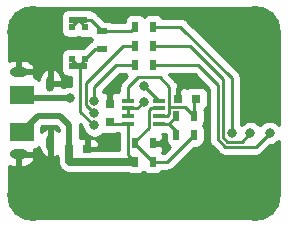
<source format=gbr>
G04 #@! TF.GenerationSoftware,KiCad,Pcbnew,(5.1.9)-1*
G04 #@! TF.CreationDate,2021-01-18T01:03:21-08:00*
G04 #@! TF.ProjectId,AnalogFaderV1,416e616c-6f67-4466-9164-657256312e6b,rev?*
G04 #@! TF.SameCoordinates,Original*
G04 #@! TF.FileFunction,Copper,L2,Bot*
G04 #@! TF.FilePolarity,Positive*
%FSLAX46Y46*%
G04 Gerber Fmt 4.6, Leading zero omitted, Abs format (unit mm)*
G04 Created by KiCad (PCBNEW (5.1.9)-1) date 2021-01-18 01:03:21*
%MOMM*%
%LPD*%
G01*
G04 APERTURE LIST*
G04 #@! TA.AperFunction,SMDPad,CuDef*
%ADD10R,0.900000X0.500000*%
G04 #@! TD*
G04 #@! TA.AperFunction,ComponentPad*
%ADD11C,4.399999*%
G04 #@! TD*
G04 #@! TA.AperFunction,SMDPad,CuDef*
%ADD12R,0.575000X0.600000*%
G04 #@! TD*
G04 #@! TA.AperFunction,SMDPad,CuDef*
%ADD13R,1.650000X0.600000*%
G04 #@! TD*
G04 #@! TA.AperFunction,ComponentPad*
%ADD14O,0.650000X1.300000*%
G04 #@! TD*
G04 #@! TA.AperFunction,ComponentPad*
%ADD15O,1.550000X0.775000*%
G04 #@! TD*
G04 #@! TA.AperFunction,SMDPad,CuDef*
%ADD16R,1.100000X0.450000*%
G04 #@! TD*
G04 #@! TA.AperFunction,SMDPad,CuDef*
%ADD17R,0.800000X0.750000*%
G04 #@! TD*
G04 #@! TA.AperFunction,SMDPad,CuDef*
%ADD18R,0.750000X0.800000*%
G04 #@! TD*
G04 #@! TA.AperFunction,SMDPad,CuDef*
%ADD19R,2.030000X1.650000*%
G04 #@! TD*
G04 #@! TA.AperFunction,SMDPad,CuDef*
%ADD20R,0.500000X0.900000*%
G04 #@! TD*
G04 #@! TA.AperFunction,ViaPad*
%ADD21C,0.800000*%
G04 #@! TD*
G04 #@! TA.AperFunction,Conductor*
%ADD22C,0.250000*%
G04 #@! TD*
G04 #@! TA.AperFunction,Conductor*
%ADD23C,0.381000*%
G04 #@! TD*
G04 #@! TA.AperFunction,Conductor*
%ADD24C,0.635000*%
G04 #@! TD*
G04 #@! TA.AperFunction,Conductor*
%ADD25C,0.508000*%
G04 #@! TD*
G04 #@! TA.AperFunction,Conductor*
%ADD26C,0.254000*%
G04 #@! TD*
G04 #@! TA.AperFunction,Conductor*
%ADD27C,0.100000*%
G04 #@! TD*
G04 APERTURE END LIST*
D10*
X118795800Y-41960800D03*
X118795800Y-43460800D03*
D11*
X112915700Y-55791100D03*
X131749800Y-55791100D03*
X131749800Y-41986200D03*
X112915700Y-41986200D03*
D12*
X117314000Y-44288700D03*
X116239000Y-44288700D03*
X117314000Y-41588700D03*
D13*
X116776500Y-40988700D03*
X116776500Y-44888700D03*
D12*
X116239000Y-41588700D03*
D14*
X114406900Y-46389900D03*
X114406900Y-51389900D03*
D15*
X111706900Y-45389900D03*
X111706900Y-52389900D03*
D16*
X123601000Y-49781100D03*
X123601000Y-49131100D03*
X123601000Y-48481100D03*
X123601000Y-47831100D03*
X121001000Y-47831100D03*
X121001000Y-48481100D03*
X121001000Y-49131100D03*
X121001000Y-49781100D03*
D17*
X125222000Y-47663100D03*
X126722000Y-47663100D03*
D18*
X119405400Y-48106200D03*
X119405400Y-49606200D03*
D17*
X116001100Y-51968400D03*
X117501100Y-51968400D03*
D19*
X111963200Y-50482500D03*
X111963200Y-47322500D03*
D20*
X123051000Y-52997100D03*
X121551000Y-52997100D03*
X121551000Y-51447700D03*
X123051000Y-51447700D03*
X126569600Y-50723800D03*
X125069600Y-50723800D03*
X125069600Y-49149000D03*
X126569600Y-49149000D03*
X121577100Y-44843700D03*
X123077100Y-44843700D03*
X123088400Y-43205400D03*
X121588400Y-43205400D03*
X121588400Y-41567100D03*
X123088400Y-41567100D03*
D21*
X122326400Y-46596300D03*
X119799100Y-46596300D03*
X119392700Y-51409600D03*
X124015500Y-51460400D03*
X126568200Y-46291500D03*
X118122700Y-47828200D03*
X118122700Y-48907700D03*
X122288300Y-47917100D03*
X116039900Y-47586900D03*
X132969000Y-50558700D03*
X131330700Y-50584100D03*
X129743200Y-50571400D03*
X118122700Y-49936400D03*
D22*
X126569600Y-47815500D02*
X126722000Y-47663100D01*
X126569600Y-49149000D02*
X126569600Y-47815500D01*
X121001000Y-46704802D02*
X121834503Y-45871299D01*
X121001000Y-47831100D02*
X121001000Y-46704802D01*
X121834503Y-45871299D02*
X123646099Y-45871299D01*
X124476001Y-46701201D02*
X124476001Y-48966101D01*
X123646099Y-45871299D02*
X124476001Y-46701201D01*
X124311002Y-49131100D02*
X123601000Y-49131100D01*
X124476001Y-48966101D02*
X124311002Y-49131100D01*
X124570497Y-48363101D02*
X124476001Y-48457597D01*
X125783701Y-48363101D02*
X124570497Y-48363101D01*
X124476001Y-48457597D02*
X124476001Y-48966101D01*
X126569600Y-49149000D02*
X125783701Y-48363101D01*
X125222000Y-47663100D02*
X125222000Y-47769736D01*
X125054000Y-47831100D02*
X125222000Y-47663100D01*
X123561200Y-47831100D02*
X122326400Y-46596300D01*
X123601000Y-47831100D02*
X123561200Y-47831100D01*
D23*
X125222000Y-47663100D02*
X125222000Y-46875700D01*
X125222000Y-46875700D02*
X125641100Y-46456600D01*
D22*
X120975999Y-49806101D02*
X121001000Y-49781100D01*
X120975999Y-52422099D02*
X120975999Y-49806101D01*
X121551000Y-52997100D02*
X120975999Y-52422099D01*
D23*
X121208800Y-52997100D02*
X121551000Y-52997100D01*
D24*
X116019800Y-52997100D02*
X121208800Y-52997100D01*
X116001100Y-52978400D02*
X116019800Y-52997100D01*
X116001100Y-51968400D02*
X116001100Y-52978400D01*
D22*
X119580300Y-49781100D02*
X119405400Y-49606200D01*
X121001000Y-49781100D02*
X119580300Y-49781100D01*
X112242600Y-50482500D02*
X112699800Y-50482500D01*
D25*
X116001100Y-49872200D02*
X116001100Y-51968400D01*
X115252500Y-49123600D02*
X116001100Y-49872200D01*
X113322100Y-49123600D02*
X115252500Y-49123600D01*
X111963200Y-50482500D02*
X113322100Y-49123600D01*
D22*
X119989600Y-44843700D02*
X121577100Y-44843700D01*
X118122700Y-46710600D02*
X119989600Y-44843700D01*
X118122700Y-47828200D02*
X118122700Y-46710600D01*
X120554898Y-43205400D02*
X121588400Y-43205400D01*
X117397699Y-46362599D02*
X120554898Y-43205400D01*
X117397699Y-48182699D02*
X117397699Y-46362599D01*
X118122700Y-48907700D02*
X117397699Y-48182699D01*
X121001000Y-49131100D02*
X121001000Y-48481100D01*
X121724300Y-48481100D02*
X122288300Y-47917100D01*
X121001000Y-48481100D02*
X121724300Y-48481100D01*
X112227600Y-47586900D02*
X111963200Y-47322500D01*
D25*
X116039900Y-47586900D02*
X112227600Y-47586900D01*
D22*
X124296300Y-52997100D02*
X123051000Y-52997100D01*
X126569600Y-50723800D02*
X124296300Y-52997100D01*
X121551000Y-51497100D02*
X123051000Y-52997100D01*
X121551000Y-51447700D02*
X121551000Y-51497100D01*
X122890998Y-48481100D02*
X123601000Y-48481100D01*
X122725999Y-48646099D02*
X122890998Y-48481100D01*
X122725999Y-50108301D02*
X122725999Y-48646099D01*
X121551000Y-51283300D02*
X122725999Y-50108301D01*
X121551000Y-51447700D02*
X121551000Y-51283300D01*
X124437500Y-49781100D02*
X125069600Y-49149000D01*
X123601000Y-49781100D02*
X124437500Y-49781100D01*
X125069600Y-50413200D02*
X124437500Y-49781100D01*
X125069600Y-50723800D02*
X125069600Y-50413200D01*
X123077100Y-44843700D02*
X126917189Y-44843700D01*
X131781289Y-51746411D02*
X132969000Y-50558700D01*
X129208799Y-51746411D02*
X131781289Y-51746411D01*
X128568190Y-51105802D02*
X129208799Y-51746411D01*
X128568189Y-46494700D02*
X128568190Y-51105802D01*
X126917189Y-44843700D02*
X128568189Y-46494700D01*
X123088400Y-43205400D02*
X126250700Y-43205400D01*
X130618399Y-51296401D02*
X131330700Y-50584100D01*
X129395199Y-51296401D02*
X130618399Y-51296401D01*
X129018199Y-50919401D02*
X129395199Y-51296401D01*
X129018199Y-45972899D02*
X129018199Y-50919401D01*
X126250700Y-43205400D02*
X129018199Y-45972899D01*
X116239000Y-41526200D02*
X116776500Y-40988700D01*
X116239000Y-41588700D02*
X116239000Y-41526200D01*
X117314000Y-41526200D02*
X116776500Y-40988700D01*
X117314000Y-41588700D02*
X117314000Y-41526200D01*
X117823700Y-40988700D02*
X118795800Y-41960800D01*
X116776500Y-40988700D02*
X117823700Y-40988700D01*
X121194700Y-41960800D02*
X121588400Y-41567100D01*
X118795800Y-41960800D02*
X121194700Y-41960800D01*
X123088400Y-41567100D02*
X125412500Y-41567100D01*
X129743200Y-45897800D02*
X129743200Y-50571400D01*
X125412500Y-41567100D02*
X129743200Y-45897800D01*
X117314000Y-44351200D02*
X116776500Y-44888700D01*
X117314000Y-44288700D02*
X117314000Y-44351200D01*
X116239000Y-44351200D02*
X116776500Y-44888700D01*
X116239000Y-44288700D02*
X116239000Y-44351200D01*
X118141900Y-43460800D02*
X117314000Y-44288700D01*
X118795800Y-43460800D02*
X118141900Y-43460800D01*
X116947689Y-45059889D02*
X116776500Y-44888700D01*
X116947689Y-48761389D02*
X116947689Y-45059889D01*
X118122700Y-49936400D02*
X116947689Y-48761389D01*
D26*
X127808189Y-46809502D02*
X127808191Y-51068470D01*
X127804514Y-51105802D01*
X127808191Y-51143134D01*
X127808191Y-51143135D01*
X127819188Y-51254788D01*
X127827837Y-51283300D01*
X127862644Y-51398048D01*
X127933216Y-51530078D01*
X127988487Y-51597425D01*
X128028190Y-51645803D01*
X128057188Y-51669601D01*
X128644999Y-52257413D01*
X128668798Y-52286412D01*
X128697796Y-52310210D01*
X128784522Y-52381385D01*
X128906642Y-52446660D01*
X128916552Y-52451957D01*
X129059813Y-52495414D01*
X129171466Y-52506411D01*
X129171476Y-52506411D01*
X129208799Y-52510087D01*
X129246122Y-52506411D01*
X131743967Y-52506411D01*
X131781289Y-52510087D01*
X131818611Y-52506411D01*
X131818622Y-52506411D01*
X131930275Y-52495414D01*
X132073536Y-52451957D01*
X132205565Y-52381385D01*
X132321290Y-52286412D01*
X132345093Y-52257408D01*
X133008802Y-51593700D01*
X133070939Y-51593700D01*
X133270898Y-51553926D01*
X133459256Y-51475905D01*
X133628774Y-51362637D01*
X133731401Y-51260010D01*
X133731401Y-55746111D01*
X133699658Y-56069846D01*
X131810505Y-57763232D01*
X131720418Y-57772700D01*
X112947979Y-57772700D01*
X112855435Y-57763626D01*
X110952531Y-56057915D01*
X110921400Y-55761718D01*
X110921400Y-53335116D01*
X110995360Y-53367976D01*
X111192400Y-53412400D01*
X111579900Y-53412400D01*
X111579900Y-52516900D01*
X111833900Y-52516900D01*
X111833900Y-53412400D01*
X112221400Y-53412400D01*
X112418440Y-53367976D01*
X112603027Y-53285965D01*
X112768067Y-53169519D01*
X112907219Y-53023113D01*
X113015135Y-52852373D01*
X113076624Y-52674052D01*
X112948762Y-52516900D01*
X111833900Y-52516900D01*
X111579900Y-52516900D01*
X111559900Y-52516900D01*
X111559900Y-52262900D01*
X111579900Y-52262900D01*
X111579900Y-52242900D01*
X111833900Y-52242900D01*
X111833900Y-52262900D01*
X112948762Y-52262900D01*
X113076624Y-52105748D01*
X113019973Y-51941458D01*
X113102682Y-51933312D01*
X113222380Y-51897002D01*
X113332694Y-51838037D01*
X113429385Y-51758685D01*
X113446900Y-51737343D01*
X113446900Y-51841900D01*
X113490123Y-52026746D01*
X113568577Y-52199608D01*
X113679247Y-52353843D01*
X113817880Y-52483524D01*
X113979149Y-52583667D01*
X114132606Y-52634880D01*
X114279900Y-52506021D01*
X114279900Y-51516900D01*
X114259900Y-51516900D01*
X114259900Y-51262900D01*
X114279900Y-51262900D01*
X114279900Y-50273779D01*
X114132606Y-50144920D01*
X113979149Y-50196133D01*
X113817880Y-50296276D01*
X113679247Y-50425957D01*
X113616272Y-50513722D01*
X113616272Y-50086664D01*
X113690336Y-50012600D01*
X114884265Y-50012600D01*
X115112100Y-50240435D01*
X115112100Y-50404954D01*
X114995920Y-50296276D01*
X114834651Y-50196133D01*
X114681194Y-50144920D01*
X114533900Y-50273779D01*
X114533900Y-51262900D01*
X114553900Y-51262900D01*
X114553900Y-51516900D01*
X114533900Y-51516900D01*
X114533900Y-52506021D01*
X114681194Y-52634880D01*
X114834651Y-52583667D01*
X114982551Y-52491826D01*
X115011598Y-52587580D01*
X115048601Y-52656806D01*
X115048601Y-52931606D01*
X115043992Y-52978400D01*
X115062383Y-53165122D01*
X115116849Y-53344669D01*
X115205294Y-53510140D01*
X115227420Y-53537101D01*
X115324323Y-53655178D01*
X115334591Y-53663605D01*
X115343022Y-53673878D01*
X115488059Y-53792906D01*
X115653531Y-53881352D01*
X115833077Y-53935817D01*
X115973015Y-53949600D01*
X116019800Y-53954208D01*
X116066585Y-53949600D01*
X120912343Y-53949600D01*
X120946506Y-53977637D01*
X121056820Y-54036602D01*
X121176518Y-54072912D01*
X121301000Y-54085172D01*
X121801000Y-54085172D01*
X121925482Y-54072912D01*
X122045180Y-54036602D01*
X122155494Y-53977637D01*
X122252185Y-53898285D01*
X122301000Y-53838804D01*
X122349815Y-53898285D01*
X122446506Y-53977637D01*
X122556820Y-54036602D01*
X122676518Y-54072912D01*
X122801000Y-54085172D01*
X123301000Y-54085172D01*
X123425482Y-54072912D01*
X123545180Y-54036602D01*
X123655494Y-53977637D01*
X123752185Y-53898285D01*
X123831537Y-53801594D01*
X123855320Y-53757100D01*
X124258978Y-53757100D01*
X124296300Y-53760776D01*
X124333622Y-53757100D01*
X124333633Y-53757100D01*
X124445286Y-53746103D01*
X124588547Y-53702646D01*
X124720576Y-53632074D01*
X124836301Y-53537101D01*
X124860104Y-53508097D01*
X126556330Y-51811872D01*
X126819600Y-51811872D01*
X126944082Y-51799612D01*
X127063780Y-51763302D01*
X127174094Y-51704337D01*
X127270785Y-51624985D01*
X127350137Y-51528294D01*
X127409102Y-51417980D01*
X127445412Y-51298282D01*
X127457672Y-51173800D01*
X127457672Y-50273800D01*
X127445412Y-50149318D01*
X127409102Y-50029620D01*
X127359274Y-49936400D01*
X127409102Y-49843180D01*
X127445412Y-49723482D01*
X127457672Y-49599000D01*
X127457672Y-48699000D01*
X127446416Y-48584714D01*
X127476494Y-48568637D01*
X127573185Y-48489285D01*
X127652537Y-48392594D01*
X127711502Y-48282280D01*
X127747812Y-48162582D01*
X127760072Y-48038100D01*
X127760072Y-47288100D01*
X127747812Y-47163618D01*
X127711502Y-47043920D01*
X127652537Y-46933606D01*
X127573185Y-46836915D01*
X127476494Y-46757563D01*
X127366180Y-46698598D01*
X127246482Y-46662288D01*
X127122000Y-46650028D01*
X126322000Y-46650028D01*
X126197518Y-46662288D01*
X126077820Y-46698598D01*
X125972000Y-46755161D01*
X125866180Y-46698598D01*
X125746482Y-46662288D01*
X125622000Y-46650028D01*
X125507750Y-46653100D01*
X125349002Y-46811848D01*
X125349002Y-46653100D01*
X125234940Y-46653100D01*
X125225004Y-46552215D01*
X125181547Y-46408954D01*
X125110975Y-46276925D01*
X125016002Y-46161200D01*
X124987005Y-46137403D01*
X124453301Y-45603700D01*
X126602388Y-45603700D01*
X127808189Y-46809502D01*
G04 #@! TA.AperFunction,Conductor*
D27*
G36*
X127808189Y-46809502D02*
G01*
X127808191Y-51068470D01*
X127804514Y-51105802D01*
X127808191Y-51143134D01*
X127808191Y-51143135D01*
X127819188Y-51254788D01*
X127827837Y-51283300D01*
X127862644Y-51398048D01*
X127933216Y-51530078D01*
X127988487Y-51597425D01*
X128028190Y-51645803D01*
X128057188Y-51669601D01*
X128644999Y-52257413D01*
X128668798Y-52286412D01*
X128697796Y-52310210D01*
X128784522Y-52381385D01*
X128906642Y-52446660D01*
X128916552Y-52451957D01*
X129059813Y-52495414D01*
X129171466Y-52506411D01*
X129171476Y-52506411D01*
X129208799Y-52510087D01*
X129246122Y-52506411D01*
X131743967Y-52506411D01*
X131781289Y-52510087D01*
X131818611Y-52506411D01*
X131818622Y-52506411D01*
X131930275Y-52495414D01*
X132073536Y-52451957D01*
X132205565Y-52381385D01*
X132321290Y-52286412D01*
X132345093Y-52257408D01*
X133008802Y-51593700D01*
X133070939Y-51593700D01*
X133270898Y-51553926D01*
X133459256Y-51475905D01*
X133628774Y-51362637D01*
X133731401Y-51260010D01*
X133731401Y-55746111D01*
X133699658Y-56069846D01*
X131810505Y-57763232D01*
X131720418Y-57772700D01*
X112947979Y-57772700D01*
X112855435Y-57763626D01*
X110952531Y-56057915D01*
X110921400Y-55761718D01*
X110921400Y-53335116D01*
X110995360Y-53367976D01*
X111192400Y-53412400D01*
X111579900Y-53412400D01*
X111579900Y-52516900D01*
X111833900Y-52516900D01*
X111833900Y-53412400D01*
X112221400Y-53412400D01*
X112418440Y-53367976D01*
X112603027Y-53285965D01*
X112768067Y-53169519D01*
X112907219Y-53023113D01*
X113015135Y-52852373D01*
X113076624Y-52674052D01*
X112948762Y-52516900D01*
X111833900Y-52516900D01*
X111579900Y-52516900D01*
X111559900Y-52516900D01*
X111559900Y-52262900D01*
X111579900Y-52262900D01*
X111579900Y-52242900D01*
X111833900Y-52242900D01*
X111833900Y-52262900D01*
X112948762Y-52262900D01*
X113076624Y-52105748D01*
X113019973Y-51941458D01*
X113102682Y-51933312D01*
X113222380Y-51897002D01*
X113332694Y-51838037D01*
X113429385Y-51758685D01*
X113446900Y-51737343D01*
X113446900Y-51841900D01*
X113490123Y-52026746D01*
X113568577Y-52199608D01*
X113679247Y-52353843D01*
X113817880Y-52483524D01*
X113979149Y-52583667D01*
X114132606Y-52634880D01*
X114279900Y-52506021D01*
X114279900Y-51516900D01*
X114259900Y-51516900D01*
X114259900Y-51262900D01*
X114279900Y-51262900D01*
X114279900Y-50273779D01*
X114132606Y-50144920D01*
X113979149Y-50196133D01*
X113817880Y-50296276D01*
X113679247Y-50425957D01*
X113616272Y-50513722D01*
X113616272Y-50086664D01*
X113690336Y-50012600D01*
X114884265Y-50012600D01*
X115112100Y-50240435D01*
X115112100Y-50404954D01*
X114995920Y-50296276D01*
X114834651Y-50196133D01*
X114681194Y-50144920D01*
X114533900Y-50273779D01*
X114533900Y-51262900D01*
X114553900Y-51262900D01*
X114553900Y-51516900D01*
X114533900Y-51516900D01*
X114533900Y-52506021D01*
X114681194Y-52634880D01*
X114834651Y-52583667D01*
X114982551Y-52491826D01*
X115011598Y-52587580D01*
X115048601Y-52656806D01*
X115048601Y-52931606D01*
X115043992Y-52978400D01*
X115062383Y-53165122D01*
X115116849Y-53344669D01*
X115205294Y-53510140D01*
X115227420Y-53537101D01*
X115324323Y-53655178D01*
X115334591Y-53663605D01*
X115343022Y-53673878D01*
X115488059Y-53792906D01*
X115653531Y-53881352D01*
X115833077Y-53935817D01*
X115973015Y-53949600D01*
X116019800Y-53954208D01*
X116066585Y-53949600D01*
X120912343Y-53949600D01*
X120946506Y-53977637D01*
X121056820Y-54036602D01*
X121176518Y-54072912D01*
X121301000Y-54085172D01*
X121801000Y-54085172D01*
X121925482Y-54072912D01*
X122045180Y-54036602D01*
X122155494Y-53977637D01*
X122252185Y-53898285D01*
X122301000Y-53838804D01*
X122349815Y-53898285D01*
X122446506Y-53977637D01*
X122556820Y-54036602D01*
X122676518Y-54072912D01*
X122801000Y-54085172D01*
X123301000Y-54085172D01*
X123425482Y-54072912D01*
X123545180Y-54036602D01*
X123655494Y-53977637D01*
X123752185Y-53898285D01*
X123831537Y-53801594D01*
X123855320Y-53757100D01*
X124258978Y-53757100D01*
X124296300Y-53760776D01*
X124333622Y-53757100D01*
X124333633Y-53757100D01*
X124445286Y-53746103D01*
X124588547Y-53702646D01*
X124720576Y-53632074D01*
X124836301Y-53537101D01*
X124860104Y-53508097D01*
X126556330Y-51811872D01*
X126819600Y-51811872D01*
X126944082Y-51799612D01*
X127063780Y-51763302D01*
X127174094Y-51704337D01*
X127270785Y-51624985D01*
X127350137Y-51528294D01*
X127409102Y-51417980D01*
X127445412Y-51298282D01*
X127457672Y-51173800D01*
X127457672Y-50273800D01*
X127445412Y-50149318D01*
X127409102Y-50029620D01*
X127359274Y-49936400D01*
X127409102Y-49843180D01*
X127445412Y-49723482D01*
X127457672Y-49599000D01*
X127457672Y-48699000D01*
X127446416Y-48584714D01*
X127476494Y-48568637D01*
X127573185Y-48489285D01*
X127652537Y-48392594D01*
X127711502Y-48282280D01*
X127747812Y-48162582D01*
X127760072Y-48038100D01*
X127760072Y-47288100D01*
X127747812Y-47163618D01*
X127711502Y-47043920D01*
X127652537Y-46933606D01*
X127573185Y-46836915D01*
X127476494Y-46757563D01*
X127366180Y-46698598D01*
X127246482Y-46662288D01*
X127122000Y-46650028D01*
X126322000Y-46650028D01*
X126197518Y-46662288D01*
X126077820Y-46698598D01*
X125972000Y-46755161D01*
X125866180Y-46698598D01*
X125746482Y-46662288D01*
X125622000Y-46650028D01*
X125507750Y-46653100D01*
X125349002Y-46811848D01*
X125349002Y-46653100D01*
X125234940Y-46653100D01*
X125225004Y-46552215D01*
X125181547Y-46408954D01*
X125110975Y-46276925D01*
X125016002Y-46161200D01*
X124987005Y-46137403D01*
X124453301Y-45603700D01*
X126602388Y-45603700D01*
X127808189Y-46809502D01*
G37*
G04 #@! TD.AperFunction*
D26*
X124181528Y-51173800D02*
X124193788Y-51298282D01*
X124230098Y-51417980D01*
X124289063Y-51528294D01*
X124368415Y-51624985D01*
X124465106Y-51704337D01*
X124497139Y-51721459D01*
X123981499Y-52237100D01*
X123855320Y-52237100D01*
X123847883Y-52223186D01*
X123895425Y-52129637D01*
X123929252Y-52009214D01*
X123938936Y-51884505D01*
X123936000Y-51733450D01*
X123777250Y-51574700D01*
X123174000Y-51574700D01*
X123174000Y-51594700D01*
X122928000Y-51594700D01*
X122928000Y-51574700D01*
X122904000Y-51574700D01*
X122904000Y-51320700D01*
X122928000Y-51320700D01*
X122928000Y-51300700D01*
X123174000Y-51300700D01*
X123174000Y-51320700D01*
X123777250Y-51320700D01*
X123936000Y-51161950D01*
X123938936Y-51010895D01*
X123929252Y-50886186D01*
X123895425Y-50765763D01*
X123838755Y-50654253D01*
X123830825Y-50644172D01*
X124151000Y-50644172D01*
X124181528Y-50641165D01*
X124181528Y-51173800D01*
G04 #@! TA.AperFunction,Conductor*
D27*
G36*
X124181528Y-51173800D02*
G01*
X124193788Y-51298282D01*
X124230098Y-51417980D01*
X124289063Y-51528294D01*
X124368415Y-51624985D01*
X124465106Y-51704337D01*
X124497139Y-51721459D01*
X123981499Y-52237100D01*
X123855320Y-52237100D01*
X123847883Y-52223186D01*
X123895425Y-52129637D01*
X123929252Y-52009214D01*
X123938936Y-51884505D01*
X123936000Y-51733450D01*
X123777250Y-51574700D01*
X123174000Y-51574700D01*
X123174000Y-51594700D01*
X122928000Y-51594700D01*
X122928000Y-51574700D01*
X122904000Y-51574700D01*
X122904000Y-51320700D01*
X122928000Y-51320700D01*
X122928000Y-51300700D01*
X123174000Y-51300700D01*
X123174000Y-51320700D01*
X123777250Y-51320700D01*
X123936000Y-51161950D01*
X123938936Y-51010895D01*
X123929252Y-50886186D01*
X123895425Y-50765763D01*
X123838755Y-50654253D01*
X123830825Y-50644172D01*
X124151000Y-50644172D01*
X124181528Y-50641165D01*
X124181528Y-51173800D01*
G37*
G04 #@! TD.AperFunction*
D26*
X117087700Y-49976202D02*
X117087700Y-50038339D01*
X117127474Y-50238298D01*
X117205495Y-50426656D01*
X117318763Y-50596174D01*
X117462926Y-50740337D01*
X117632444Y-50853605D01*
X117820802Y-50931626D01*
X117978073Y-50962909D01*
X117901100Y-50955328D01*
X117786850Y-50958400D01*
X117628100Y-51117150D01*
X117628100Y-51841400D01*
X118377350Y-51841400D01*
X118536100Y-51682650D01*
X118539172Y-51593400D01*
X118526912Y-51468918D01*
X118490602Y-51349220D01*
X118431637Y-51238906D01*
X118352285Y-51142215D01*
X118255594Y-51062863D01*
X118145280Y-51003898D01*
X118038148Y-50971400D01*
X118224639Y-50971400D01*
X118424598Y-50931626D01*
X118612956Y-50853605D01*
X118782474Y-50740337D01*
X118894318Y-50628493D01*
X118905918Y-50632012D01*
X119030400Y-50644272D01*
X119780400Y-50644272D01*
X119904882Y-50632012D01*
X120024580Y-50595702D01*
X120115794Y-50546947D01*
X120206820Y-50595602D01*
X120216000Y-50598387D01*
X120215999Y-52044600D01*
X117354100Y-52044600D01*
X117354100Y-51841400D01*
X117374100Y-51841400D01*
X117374100Y-51117150D01*
X117215350Y-50958400D01*
X117101100Y-50955328D01*
X116976618Y-50967588D01*
X116890100Y-50993833D01*
X116890100Y-49915859D01*
X116894400Y-49872199D01*
X116890100Y-49828534D01*
X116890100Y-49828533D01*
X116884645Y-49773147D01*
X117087700Y-49976202D01*
G04 #@! TA.AperFunction,Conductor*
D27*
G36*
X117087700Y-49976202D02*
G01*
X117087700Y-50038339D01*
X117127474Y-50238298D01*
X117205495Y-50426656D01*
X117318763Y-50596174D01*
X117462926Y-50740337D01*
X117632444Y-50853605D01*
X117820802Y-50931626D01*
X117978073Y-50962909D01*
X117901100Y-50955328D01*
X117786850Y-50958400D01*
X117628100Y-51117150D01*
X117628100Y-51841400D01*
X118377350Y-51841400D01*
X118536100Y-51682650D01*
X118539172Y-51593400D01*
X118526912Y-51468918D01*
X118490602Y-51349220D01*
X118431637Y-51238906D01*
X118352285Y-51142215D01*
X118255594Y-51062863D01*
X118145280Y-51003898D01*
X118038148Y-50971400D01*
X118224639Y-50971400D01*
X118424598Y-50931626D01*
X118612956Y-50853605D01*
X118782474Y-50740337D01*
X118894318Y-50628493D01*
X118905918Y-50632012D01*
X119030400Y-50644272D01*
X119780400Y-50644272D01*
X119904882Y-50632012D01*
X120024580Y-50595702D01*
X120115794Y-50546947D01*
X120206820Y-50595602D01*
X120216000Y-50598387D01*
X120215999Y-52044600D01*
X117354100Y-52044600D01*
X117354100Y-51841400D01*
X117374100Y-51841400D01*
X117374100Y-51117150D01*
X117215350Y-50958400D01*
X117101100Y-50955328D01*
X116976618Y-50967588D01*
X116890100Y-50993833D01*
X116890100Y-49915859D01*
X116894400Y-49872199D01*
X116890100Y-49828534D01*
X116890100Y-49828533D01*
X116884645Y-49773147D01*
X117087700Y-49976202D01*
G37*
G04 #@! TD.AperFunction*
D26*
X131811625Y-40015072D02*
X133698948Y-41706817D01*
X133731400Y-42015582D01*
X133731401Y-49857390D01*
X133628774Y-49754763D01*
X133459256Y-49641495D01*
X133270898Y-49563474D01*
X133070939Y-49523700D01*
X132867061Y-49523700D01*
X132667102Y-49563474D01*
X132478744Y-49641495D01*
X132309226Y-49754763D01*
X132165063Y-49898926D01*
X132141364Y-49934394D01*
X132134637Y-49924326D01*
X131990474Y-49780163D01*
X131820956Y-49666895D01*
X131632598Y-49588874D01*
X131432639Y-49549100D01*
X131228761Y-49549100D01*
X131028802Y-49588874D01*
X130840444Y-49666895D01*
X130670926Y-49780163D01*
X130543300Y-49907789D01*
X130503200Y-49867689D01*
X130503200Y-45935125D01*
X130506876Y-45897800D01*
X130503200Y-45860475D01*
X130503200Y-45860467D01*
X130492203Y-45748814D01*
X130448746Y-45605553D01*
X130378174Y-45473524D01*
X130283201Y-45357799D01*
X130254204Y-45334002D01*
X125976304Y-41056103D01*
X125952501Y-41027099D01*
X125836776Y-40932126D01*
X125704747Y-40861554D01*
X125561486Y-40818097D01*
X125449833Y-40807100D01*
X125449822Y-40807100D01*
X125412500Y-40803424D01*
X125375178Y-40807100D01*
X123892720Y-40807100D01*
X123868937Y-40762606D01*
X123789585Y-40665915D01*
X123692894Y-40586563D01*
X123582580Y-40527598D01*
X123462882Y-40491288D01*
X123338400Y-40479028D01*
X122838400Y-40479028D01*
X122713918Y-40491288D01*
X122594220Y-40527598D01*
X122483906Y-40586563D01*
X122387215Y-40665915D01*
X122338400Y-40725396D01*
X122289585Y-40665915D01*
X122192894Y-40586563D01*
X122082580Y-40527598D01*
X121962882Y-40491288D01*
X121838400Y-40479028D01*
X121338400Y-40479028D01*
X121213918Y-40491288D01*
X121094220Y-40527598D01*
X120983906Y-40586563D01*
X120887215Y-40665915D01*
X120807863Y-40762606D01*
X120748898Y-40872920D01*
X120712588Y-40992618D01*
X120700328Y-41117100D01*
X120700328Y-41200800D01*
X119625318Y-41200800D01*
X119600294Y-41180263D01*
X119489980Y-41121298D01*
X119370282Y-41084988D01*
X119245800Y-41072728D01*
X118982530Y-41072728D01*
X118387504Y-40477702D01*
X118363701Y-40448699D01*
X118247976Y-40353726D01*
X118115947Y-40283154D01*
X118081586Y-40272731D01*
X118052685Y-40237515D01*
X117955994Y-40158163D01*
X117845680Y-40099198D01*
X117725982Y-40062888D01*
X117601500Y-40050628D01*
X115951500Y-40050628D01*
X115827018Y-40062888D01*
X115707320Y-40099198D01*
X115597006Y-40158163D01*
X115500315Y-40237515D01*
X115420963Y-40334206D01*
X115361998Y-40444520D01*
X115325688Y-40564218D01*
X115313428Y-40688700D01*
X115313428Y-41888700D01*
X115325688Y-42013182D01*
X115361998Y-42132880D01*
X115420963Y-42243194D01*
X115500315Y-42339885D01*
X115597006Y-42419237D01*
X115707320Y-42478202D01*
X115827018Y-42514512D01*
X115951500Y-42526772D01*
X116526500Y-42526772D01*
X116650982Y-42514512D01*
X116770680Y-42478202D01*
X116776500Y-42475091D01*
X116782320Y-42478202D01*
X116902018Y-42514512D01*
X117026500Y-42526772D01*
X117601500Y-42526772D01*
X117725982Y-42514512D01*
X117779450Y-42498293D01*
X117815263Y-42565294D01*
X117894615Y-42661985D01*
X117954096Y-42710800D01*
X117929408Y-42731061D01*
X117849653Y-42755254D01*
X117717624Y-42825826D01*
X117717622Y-42825827D01*
X117717623Y-42825827D01*
X117630896Y-42897001D01*
X117630892Y-42897005D01*
X117601899Y-42920799D01*
X117578105Y-42949792D01*
X117177270Y-43350628D01*
X117026500Y-43350628D01*
X116902018Y-43362888D01*
X116782320Y-43399198D01*
X116776500Y-43402309D01*
X116770680Y-43399198D01*
X116650982Y-43362888D01*
X116526500Y-43350628D01*
X115951500Y-43350628D01*
X115827018Y-43362888D01*
X115707320Y-43399198D01*
X115597006Y-43458163D01*
X115500315Y-43537515D01*
X115420963Y-43634206D01*
X115361998Y-43744520D01*
X115325688Y-43864218D01*
X115313428Y-43988700D01*
X115313428Y-45188700D01*
X115325688Y-45313182D01*
X115361998Y-45432880D01*
X115420963Y-45543194D01*
X115500315Y-45639885D01*
X115597006Y-45719237D01*
X115707320Y-45778202D01*
X115827018Y-45814512D01*
X115951500Y-45826772D01*
X116187690Y-45826772D01*
X116187690Y-46561020D01*
X116141839Y-46551900D01*
X115937961Y-46551900D01*
X115738002Y-46591674D01*
X115549644Y-46669695D01*
X115507432Y-46697900D01*
X115366900Y-46697900D01*
X115366900Y-46516900D01*
X114533900Y-46516900D01*
X114533900Y-46536900D01*
X114279900Y-46536900D01*
X114279900Y-46516900D01*
X114259900Y-46516900D01*
X114259900Y-46262900D01*
X114279900Y-46262900D01*
X114279900Y-45273779D01*
X114533900Y-45273779D01*
X114533900Y-46262900D01*
X115366900Y-46262900D01*
X115366900Y-45937900D01*
X115323677Y-45753054D01*
X115245223Y-45580192D01*
X115134553Y-45425957D01*
X114995920Y-45296276D01*
X114834651Y-45196133D01*
X114681194Y-45144920D01*
X114533900Y-45273779D01*
X114279900Y-45273779D01*
X114132606Y-45144920D01*
X113979149Y-45196133D01*
X113817880Y-45296276D01*
X113679247Y-45425957D01*
X113568577Y-45580192D01*
X113490123Y-45753054D01*
X113446900Y-45937900D01*
X113446900Y-46067657D01*
X113429385Y-46046315D01*
X113332694Y-45966963D01*
X113222380Y-45907998D01*
X113102682Y-45871688D01*
X113008773Y-45862439D01*
X113015135Y-45852373D01*
X113076624Y-45674052D01*
X112948762Y-45516900D01*
X111833900Y-45516900D01*
X111833900Y-45536900D01*
X111579900Y-45536900D01*
X111579900Y-45516900D01*
X111559900Y-45516900D01*
X111559900Y-45262900D01*
X111579900Y-45262900D01*
X111579900Y-44367400D01*
X111833900Y-44367400D01*
X111833900Y-45262900D01*
X112948762Y-45262900D01*
X113076624Y-45105748D01*
X113015135Y-44927427D01*
X112907219Y-44756687D01*
X112768067Y-44610281D01*
X112603027Y-44493835D01*
X112418440Y-44411824D01*
X112221400Y-44367400D01*
X111833900Y-44367400D01*
X111579900Y-44367400D01*
X111192400Y-44367400D01*
X110995360Y-44411824D01*
X110921400Y-44444684D01*
X110921400Y-42031179D01*
X110951918Y-41719935D01*
X112856682Y-40012556D01*
X112932382Y-40004600D01*
X131704821Y-40004600D01*
X131811625Y-40015072D01*
G04 #@! TA.AperFunction,Conductor*
D27*
G36*
X131811625Y-40015072D02*
G01*
X133698948Y-41706817D01*
X133731400Y-42015582D01*
X133731401Y-49857390D01*
X133628774Y-49754763D01*
X133459256Y-49641495D01*
X133270898Y-49563474D01*
X133070939Y-49523700D01*
X132867061Y-49523700D01*
X132667102Y-49563474D01*
X132478744Y-49641495D01*
X132309226Y-49754763D01*
X132165063Y-49898926D01*
X132141364Y-49934394D01*
X132134637Y-49924326D01*
X131990474Y-49780163D01*
X131820956Y-49666895D01*
X131632598Y-49588874D01*
X131432639Y-49549100D01*
X131228761Y-49549100D01*
X131028802Y-49588874D01*
X130840444Y-49666895D01*
X130670926Y-49780163D01*
X130543300Y-49907789D01*
X130503200Y-49867689D01*
X130503200Y-45935125D01*
X130506876Y-45897800D01*
X130503200Y-45860475D01*
X130503200Y-45860467D01*
X130492203Y-45748814D01*
X130448746Y-45605553D01*
X130378174Y-45473524D01*
X130283201Y-45357799D01*
X130254204Y-45334002D01*
X125976304Y-41056103D01*
X125952501Y-41027099D01*
X125836776Y-40932126D01*
X125704747Y-40861554D01*
X125561486Y-40818097D01*
X125449833Y-40807100D01*
X125449822Y-40807100D01*
X125412500Y-40803424D01*
X125375178Y-40807100D01*
X123892720Y-40807100D01*
X123868937Y-40762606D01*
X123789585Y-40665915D01*
X123692894Y-40586563D01*
X123582580Y-40527598D01*
X123462882Y-40491288D01*
X123338400Y-40479028D01*
X122838400Y-40479028D01*
X122713918Y-40491288D01*
X122594220Y-40527598D01*
X122483906Y-40586563D01*
X122387215Y-40665915D01*
X122338400Y-40725396D01*
X122289585Y-40665915D01*
X122192894Y-40586563D01*
X122082580Y-40527598D01*
X121962882Y-40491288D01*
X121838400Y-40479028D01*
X121338400Y-40479028D01*
X121213918Y-40491288D01*
X121094220Y-40527598D01*
X120983906Y-40586563D01*
X120887215Y-40665915D01*
X120807863Y-40762606D01*
X120748898Y-40872920D01*
X120712588Y-40992618D01*
X120700328Y-41117100D01*
X120700328Y-41200800D01*
X119625318Y-41200800D01*
X119600294Y-41180263D01*
X119489980Y-41121298D01*
X119370282Y-41084988D01*
X119245800Y-41072728D01*
X118982530Y-41072728D01*
X118387504Y-40477702D01*
X118363701Y-40448699D01*
X118247976Y-40353726D01*
X118115947Y-40283154D01*
X118081586Y-40272731D01*
X118052685Y-40237515D01*
X117955994Y-40158163D01*
X117845680Y-40099198D01*
X117725982Y-40062888D01*
X117601500Y-40050628D01*
X115951500Y-40050628D01*
X115827018Y-40062888D01*
X115707320Y-40099198D01*
X115597006Y-40158163D01*
X115500315Y-40237515D01*
X115420963Y-40334206D01*
X115361998Y-40444520D01*
X115325688Y-40564218D01*
X115313428Y-40688700D01*
X115313428Y-41888700D01*
X115325688Y-42013182D01*
X115361998Y-42132880D01*
X115420963Y-42243194D01*
X115500315Y-42339885D01*
X115597006Y-42419237D01*
X115707320Y-42478202D01*
X115827018Y-42514512D01*
X115951500Y-42526772D01*
X116526500Y-42526772D01*
X116650982Y-42514512D01*
X116770680Y-42478202D01*
X116776500Y-42475091D01*
X116782320Y-42478202D01*
X116902018Y-42514512D01*
X117026500Y-42526772D01*
X117601500Y-42526772D01*
X117725982Y-42514512D01*
X117779450Y-42498293D01*
X117815263Y-42565294D01*
X117894615Y-42661985D01*
X117954096Y-42710800D01*
X117929408Y-42731061D01*
X117849653Y-42755254D01*
X117717624Y-42825826D01*
X117717622Y-42825827D01*
X117717623Y-42825827D01*
X117630896Y-42897001D01*
X117630892Y-42897005D01*
X117601899Y-42920799D01*
X117578105Y-42949792D01*
X117177270Y-43350628D01*
X117026500Y-43350628D01*
X116902018Y-43362888D01*
X116782320Y-43399198D01*
X116776500Y-43402309D01*
X116770680Y-43399198D01*
X116650982Y-43362888D01*
X116526500Y-43350628D01*
X115951500Y-43350628D01*
X115827018Y-43362888D01*
X115707320Y-43399198D01*
X115597006Y-43458163D01*
X115500315Y-43537515D01*
X115420963Y-43634206D01*
X115361998Y-43744520D01*
X115325688Y-43864218D01*
X115313428Y-43988700D01*
X115313428Y-45188700D01*
X115325688Y-45313182D01*
X115361998Y-45432880D01*
X115420963Y-45543194D01*
X115500315Y-45639885D01*
X115597006Y-45719237D01*
X115707320Y-45778202D01*
X115827018Y-45814512D01*
X115951500Y-45826772D01*
X116187690Y-45826772D01*
X116187690Y-46561020D01*
X116141839Y-46551900D01*
X115937961Y-46551900D01*
X115738002Y-46591674D01*
X115549644Y-46669695D01*
X115507432Y-46697900D01*
X115366900Y-46697900D01*
X115366900Y-46516900D01*
X114533900Y-46516900D01*
X114533900Y-46536900D01*
X114279900Y-46536900D01*
X114279900Y-46516900D01*
X114259900Y-46516900D01*
X114259900Y-46262900D01*
X114279900Y-46262900D01*
X114279900Y-45273779D01*
X114533900Y-45273779D01*
X114533900Y-46262900D01*
X115366900Y-46262900D01*
X115366900Y-45937900D01*
X115323677Y-45753054D01*
X115245223Y-45580192D01*
X115134553Y-45425957D01*
X114995920Y-45296276D01*
X114834651Y-45196133D01*
X114681194Y-45144920D01*
X114533900Y-45273779D01*
X114279900Y-45273779D01*
X114132606Y-45144920D01*
X113979149Y-45196133D01*
X113817880Y-45296276D01*
X113679247Y-45425957D01*
X113568577Y-45580192D01*
X113490123Y-45753054D01*
X113446900Y-45937900D01*
X113446900Y-46067657D01*
X113429385Y-46046315D01*
X113332694Y-45966963D01*
X113222380Y-45907998D01*
X113102682Y-45871688D01*
X113008773Y-45862439D01*
X113015135Y-45852373D01*
X113076624Y-45674052D01*
X112948762Y-45516900D01*
X111833900Y-45516900D01*
X111833900Y-45536900D01*
X111579900Y-45536900D01*
X111579900Y-45516900D01*
X111559900Y-45516900D01*
X111559900Y-45262900D01*
X111579900Y-45262900D01*
X111579900Y-44367400D01*
X111833900Y-44367400D01*
X111833900Y-45262900D01*
X112948762Y-45262900D01*
X113076624Y-45105748D01*
X113015135Y-44927427D01*
X112907219Y-44756687D01*
X112768067Y-44610281D01*
X112603027Y-44493835D01*
X112418440Y-44411824D01*
X112221400Y-44367400D01*
X111833900Y-44367400D01*
X111579900Y-44367400D01*
X111192400Y-44367400D01*
X110995360Y-44411824D01*
X110921400Y-44444684D01*
X110921400Y-42031179D01*
X110951918Y-41719935D01*
X112856682Y-40012556D01*
X112932382Y-40004600D01*
X131704821Y-40004600D01*
X131811625Y-40015072D01*
G37*
G04 #@! TD.AperFunction*
D26*
X120796563Y-45648194D02*
X120875915Y-45744885D01*
X120881518Y-45749483D01*
X120489998Y-46141003D01*
X120461000Y-46164801D01*
X120437202Y-46193799D01*
X120437201Y-46193800D01*
X120366026Y-46280526D01*
X120295454Y-46412556D01*
X120281861Y-46457368D01*
X120251998Y-46555816D01*
X120242719Y-46650028D01*
X120237324Y-46704802D01*
X120241001Y-46742134D01*
X120241001Y-47006229D01*
X120206820Y-47016598D01*
X120096506Y-47075563D01*
X120037783Y-47123755D01*
X120024580Y-47116698D01*
X119904882Y-47080388D01*
X119780400Y-47068128D01*
X119691150Y-47071200D01*
X119532400Y-47229950D01*
X119532400Y-47979200D01*
X119552400Y-47979200D01*
X119552400Y-48233200D01*
X119532400Y-48233200D01*
X119532400Y-48253200D01*
X119278400Y-48253200D01*
X119278400Y-48233200D01*
X119258400Y-48233200D01*
X119258400Y-47979200D01*
X119278400Y-47979200D01*
X119278400Y-47229950D01*
X119119650Y-47071200D01*
X119030400Y-47068128D01*
X118905918Y-47080388D01*
X118882700Y-47087431D01*
X118882700Y-47025401D01*
X120304402Y-45603700D01*
X120772780Y-45603700D01*
X120796563Y-45648194D01*
G04 #@! TA.AperFunction,Conductor*
D27*
G36*
X120796563Y-45648194D02*
G01*
X120875915Y-45744885D01*
X120881518Y-45749483D01*
X120489998Y-46141003D01*
X120461000Y-46164801D01*
X120437202Y-46193799D01*
X120437201Y-46193800D01*
X120366026Y-46280526D01*
X120295454Y-46412556D01*
X120281861Y-46457368D01*
X120251998Y-46555816D01*
X120242719Y-46650028D01*
X120237324Y-46704802D01*
X120241001Y-46742134D01*
X120241001Y-47006229D01*
X120206820Y-47016598D01*
X120096506Y-47075563D01*
X120037783Y-47123755D01*
X120024580Y-47116698D01*
X119904882Y-47080388D01*
X119780400Y-47068128D01*
X119691150Y-47071200D01*
X119532400Y-47229950D01*
X119532400Y-47979200D01*
X119552400Y-47979200D01*
X119552400Y-48233200D01*
X119532400Y-48233200D01*
X119532400Y-48253200D01*
X119278400Y-48253200D01*
X119278400Y-48233200D01*
X119258400Y-48233200D01*
X119258400Y-47979200D01*
X119278400Y-47979200D01*
X119278400Y-47229950D01*
X119119650Y-47071200D01*
X119030400Y-47068128D01*
X118905918Y-47080388D01*
X118882700Y-47087431D01*
X118882700Y-47025401D01*
X120304402Y-45603700D01*
X120772780Y-45603700D01*
X120796563Y-45648194D01*
G37*
G04 #@! TD.AperFunction*
D26*
X125349000Y-47536100D02*
X125369000Y-47536100D01*
X125369000Y-47603101D01*
X125236001Y-47603101D01*
X125236001Y-47516100D01*
X125349000Y-47516100D01*
X125349000Y-47536100D01*
G04 #@! TA.AperFunction,Conductor*
D27*
G36*
X125349000Y-47536100D02*
G01*
X125369000Y-47536100D01*
X125369000Y-47603101D01*
X125236001Y-47603101D01*
X125236001Y-47516100D01*
X125349000Y-47516100D01*
X125349000Y-47536100D01*
G37*
G04 #@! TD.AperFunction*
M02*

</source>
